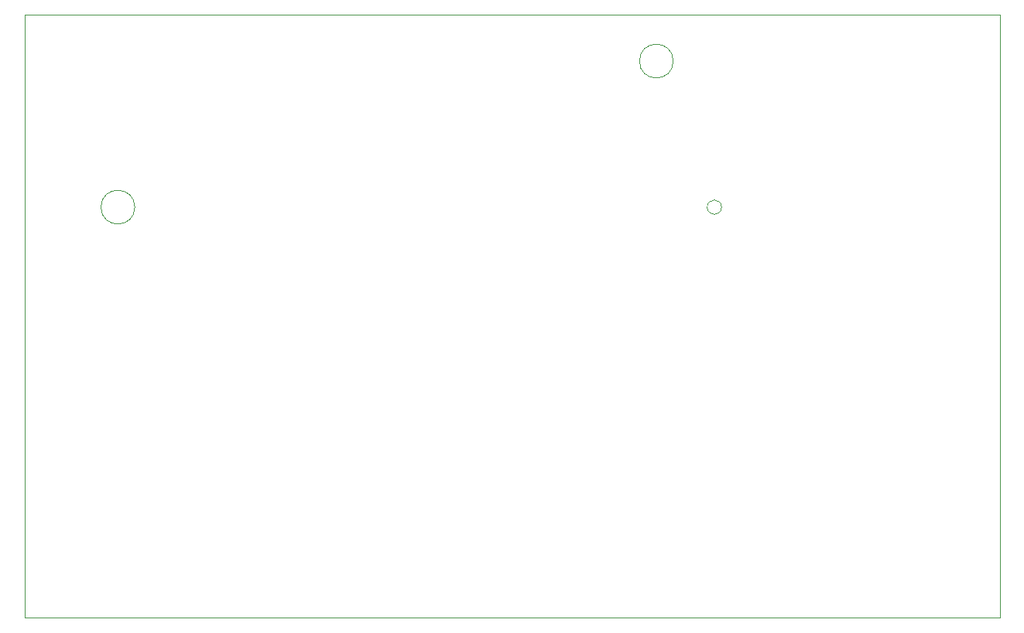
<source format=gm1>
%TF.GenerationSoftware,KiCad,Pcbnew,(7.0.0)*%
%TF.CreationDate,2023-03-21T00:44:08+02:00*%
%TF.ProjectId,main_v0.6,6d61696e-5f76-4302-9e36-2e6b69636164,rev?*%
%TF.SameCoordinates,Original*%
%TF.FileFunction,Profile,NP*%
%FSLAX46Y46*%
G04 Gerber Fmt 4.6, Leading zero omitted, Abs format (unit mm)*
G04 Created by KiCad (PCBNEW (7.0.0)) date 2023-03-21 00:44:08*
%MOMM*%
%LPD*%
G01*
G04 APERTURE LIST*
%TA.AperFunction,Profile*%
%ADD10C,0.025400*%
%TD*%
%TA.AperFunction,Profile*%
%ADD11C,0.020000*%
%TD*%
G04 APERTURE END LIST*
D10*
X91440000Y-38100000D02*
X198120000Y-38100000D01*
X198120000Y-38100000D02*
X198120000Y-104140000D01*
X198120000Y-104140000D02*
X91440000Y-104140000D01*
X91440000Y-104140000D02*
X91440000Y-38100000D01*
D11*
%TO.C,BT1*%
X103505000Y-59155000D02*
G75*
G03*
X103505000Y-59155000I-1850000J0D01*
G01*
X162405000Y-43155000D02*
G75*
G03*
X162405000Y-43155000I-1850000J0D01*
G01*
X167690000Y-59155000D02*
G75*
G03*
X167690000Y-59155000I-785000J0D01*
G01*
%TD*%
M02*

</source>
